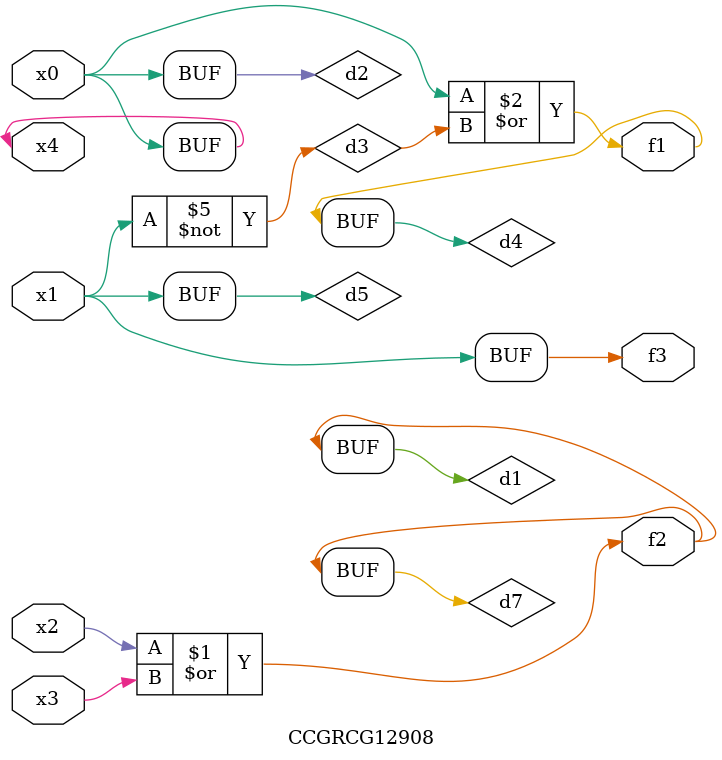
<source format=v>
module CCGRCG12908(
	input x0, x1, x2, x3, x4,
	output f1, f2, f3
);

	wire d1, d2, d3, d4, d5, d6, d7;

	or (d1, x2, x3);
	buf (d2, x0, x4);
	not (d3, x1);
	or (d4, d2, d3);
	not (d5, d3);
	nand (d6, d1, d3);
	or (d7, d1);
	assign f1 = d4;
	assign f2 = d7;
	assign f3 = d5;
endmodule

</source>
